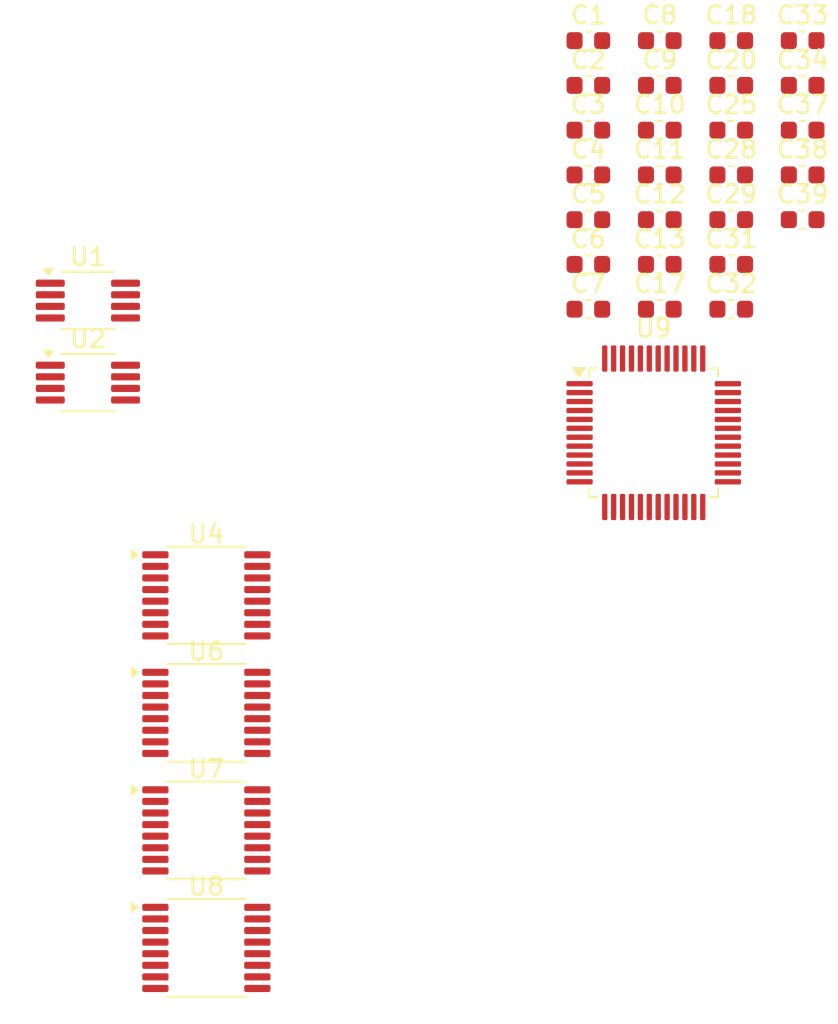
<source format=kicad_pcb>
(kicad_pcb (version 20240108) (generator "pcbnew") (generator_version "8.0")
  (layers (0 "F.Cu" signal) (31 "B.Cu" signal) (34 "B.Paste" user) (35 "F.Paste" user) (36 "B.SilkS" user "B.Silkscreen") (37 "F.SilkS" user "F.Silkscreen") (38 "B.Mask" user) (39 "F.Mask" user) (44 "Edge.Cuts" user))
  (net 0 "")
  (net 1 "GND")
  (net 2 "Net-(U12-VSS)")
  (net 3 "Net-(U10-EN)")
  (net 4 "Net-(U10-VOUT)")
  (net 5 "Net-(U11-VOUT)")
  (net 6 "Net-(U9-PG10-NRST)")
  (net 7 "Net-(U9-PF0-OSC_IN)")
  (net 8 "Net-(U9-PF1-OSC_OUT)")
  (net 9 "Net-(T2-1)")
  (net 10 "Net-(T1-1)")
  (net 12 "Net-(U9-PA14)")
  (net 13 "Net-(U9-PB11)")
  (net 14 "Net-(U9-PA13)")
  (net 15 "Net-(U9-PB15)")
  (net 17 "Net-(U14-B)")
  (net 18 "Net-(U9-PA1)")
  (net 19 "Net-(U9-PB12)")
  (net 20 "Net-(U9-PA3)")
  (net 21 "Net-(T12-1)")
  (net 22 "Net-(U9-PB0)")
  (net 23 "Net-(U9-PA5)")
  (net 24 "Net-(T11-1)")
  (net 25 "Net-(U9-PC14-OSC32_IN)")
  (net 28 "Net-(U9-PA7)")
  (net 29 "Net-(U15-B)")
  (net 31 "Net-(U9-PB2)")
  (net 33 "Net-(U9-PB8-BOOT0)")
  (net 35 "Net-(T10-1)")
  (net 36 "Net-(U9-PB14)")
  (net 37 "Net-(U9-PB13)")
  (net 38 "Net-(U13-B)")
  (net 39 "Net-(U9-PC15-OSC32_OUT)")
  (net 41 "Net-(U12-VDD)")
  (net 42 "Net-(U2A-+)")
  (net 43 "Net-(Q1-E)")
  (net 44 "Net-(U3-S1A)")
  (net 45 "Net-(U1B--)")
  (net 46 "Net-(Q1-B)")
  (net 47 "Net-(U2B-+)")
  (net 48 "Net-(U2A--)")
  (net 49 "Net-(Q3-B)")
  (net 50 "Net-(Q3-E)")
  (net 51 "Net-(U4-S4)")
  (net 52 "Net-(U4-S7)")
  (net 53 "Net-(U4-S3)")
  (net 54 "Net-(U3-D1)")
  (net 55 "Net-(U4-S8)")
  (net 56 "Net-(T4-1)")
  (net 57 "Net-(U4-S1)")
  (net 58 "Net-(T3-1)")
  (net 59 "Net-(U4-S5)")
  (net 60 "Net-(U4-S2)")
  (net 61 "Net-(T5-1)")
  (net 62 "Net-(U4-S6)")
  (net 63 "Net-(T6-1)")
  (net 64 "Net-(U6-S2)")
  (net 65 "Net-(U6-S6)")
  (net 66 "Net-(U6-S5)")
  (net 67 "Net-(U6-S8)")
  (net 68 "Net-(U6-S4)")
  (net 69 "Net-(U3-D2)")
  (net 70 "Net-(U6-S7)")
  (net 71 "Net-(U6-S1)")
  (net 72 "Net-(U7-S4)")
  (net 73 "Net-(U7-S5)")
  (net 74 "Net-(U7-S6)")
  (net 75 "Net-(T7-1)")
  (net 76 "Net-(U7-S1)")
  (net 77 "Net-(U7-S8)")
  (net 78 "Net-(U7-S3)")
  (net 79 "Net-(U7-S2)")
  (net 80 "Net-(U7-S7)")
  (net 81 "Net-(U8-S5)")
  (net 82 "Net-(U8-S3)")
  (net 83 "Net-(U8-S1)")
  (net 84 "Net-(U8-S6)")
  (net 85 "Net-(U8-S4)")
  (net 86 "Net-(U8-S8)")
  (net 87 "Net-(U8-S7)")
  (footprint "Package_QFP:LQFP-48_7x7mm_P0.5mm" (layer "F.Cu") (at 105.05 74.6375)
    (property "Reference" "U9" (at 0 -5.85 0) (layer "F.SilkS"))
    (property "Value" "STM32G431CBT6")
    (fp_line (start -3.61 -3.61) (end -3.61 -3.16) (stroke (width 0.12)) (layer "F.SilkS"))
    (fp_line (start -3.61 3.61) (end -3.61 3.16) (stroke (width 0.12)) (layer "F.SilkS"))
    (fp_line (start -3.16 -3.61) (end -3.61 -3.61) (stroke (width 0.12)) (layer "F.SilkS"))
    (fp_line (start -3.16 3.61) (end -3.61 3.61) (stroke (width 0.12)) (layer "F.SilkS"))
    (fp_line (start 3.16 -3.61) (end 3.61 -3.61) (stroke (width 0.12)) (layer "F.SilkS"))
    (fp_line (start 3.16 3.61) (end 3.61 3.61) (stroke (width 0.12)) (layer "F.SilkS"))
    (fp_line (start 3.61 -3.61) (end 3.61 -3.16) (stroke (width 0.12)) (layer "F.SilkS"))
    (fp_line (start 3.61 3.61) (end 3.61 3.16) (stroke (width 0.12)) (layer "F.SilkS"))
    (fp_poly (pts (xy -4.2 -3.16) (xy -4.54 -3.63) (xy -3.86 -3.63) (xy -4.2 -3.16)) (stroke (width 0.12)) (fill solid) (layer "F.SilkS"))
    (pad "1" smd roundrect (at -4.1625 -2.75) (size 1.475 0.3) (layers "F.Cu" "F.Paste" "F.Mask") (net 4 "Net-(U10-VOUT)"))
    (pad "2" smd roundrect (at -4.1625 -2.25) (size 1.475 0.3) (layers "F.Cu" "F.Paste" "F.Mask"))
    (pad "3" smd roundrect (at -4.1625 -1.75) (size 1.475 0.3) (layers "F.Cu" "F.Paste" "F.Mask") (net 25 "Net-(U9-PC14-OSC32_IN)"))
    (pad "4" smd roundrect (at -4.1625 -1.25) (size 1.475 0.3) (layers "F.Cu" "F.Paste" "F.Mask") (net 39 "Net-(U9-PC15-OSC32_OUT)"))
    (pad "5" smd roundrect (at -4.1625 -0.75) (size 1.475 0.3) (layers "F.Cu" "F.Paste" "F.Mask") (net 7 "Net-(U9-PF0-OSC_IN)"))
    (pad "6" smd roundrect (at -4.1625 -0.25) (size 1.475 0.3) (layers "F.Cu" "F.Paste" "F.Mask") (net 8 "Net-(U9-PF1-OSC_OUT)"))
    (pad "7" smd roundrect (at -4.1625 0.25) (size 1.475 0.3) (layers "F.Cu" "F.Paste" "F.Mask") (net 6 "Net-(U9-PG10-NRST)"))
    (pad "8" smd roundrect (at -4.1625 0.75) (size 1.475 0.3) (layers "F.Cu" "F.Paste" "F.Mask"))
    (pad "9" smd roundrect (at -4.1625 1.25) (size 1.475 0.3) (layers "F.Cu" "F.Paste" "F.Mask") (net 18 "Net-(U9-PA1)"))
    (pad "10" smd roundrect (at -4.1625 1.75) (size 1.475 0.3) (layers "F.Cu" "F.Paste" "F.Mask") (net 24 "Net-(T11-1)"))
    (pad "11" smd roundrect (at -4.1625 2.25) (size 1.475 0.3) (layers "F.Cu" "F.Paste" "F.Mask") (net 20 "Net-(U9-PA3)"))
    (pad "12" smd roundrect (at -4.1625 2.75) (size 1.475 0.3) (layers "F.Cu" "F.Paste" "F.Mask") (net 35 "Net-(T10-1)"))
    (pad "13" smd roundrect (at -2.75 4.1625) (size 0.3 1.475) (layers "F.Cu" "F.Paste" "F.Mask") (net 23 "Net-(U9-PA5)"))
    (pad "14" smd roundrect (at -2.25 4.1625) (size 0.3 1.475) (layers "F.Cu" "F.Paste" "F.Mask") (net 20 "Net-(U9-PA3)"))
    (pad "15" smd roundrect (at -1.75 4.1625) (size 0.3 1.475) (layers "F.Cu" "F.Paste" "F.Mask") (net 28 "Net-(U9-PA7)"))
    (pad "16" smd roundrect (at -1.25 4.1625) (size 0.3 1.475) (layers "F.Cu" "F.Paste" "F.Mask") (net 22 "Net-(U9-PB0)"))
    (pad "17" smd roundrect (at -0.75 4.1625) (size 0.3 1.475) (layers "F.Cu" "F.Paste" "F.Mask") (net 18 "Net-(U9-PA1)"))
    (pad "18" smd roundrect (at -0.25 4.1625) (size 0.3 1.475) (layers "F.Cu" "F.Paste" "F.Mask") (net 31 "Net-(U9-PB2)"))
    (pad "19" smd roundrect (at 0.25 4.1625) (size 0.3 1.475) (layers "F.Cu" "F.Paste" "F.Mask") (net 1 "GND"))
    (pad "20" smd roundrect (at 0.75 4.1625) (size 0.3 1.475) (layers "F.Cu" "F.Paste" "F.Mask"))
    (pad "21" smd roundrect (at 1.25 4.1625) (size 0.3 1.475) (layers "F.Cu" "F.Paste" "F.Mask") (net 5 "Net-(U11-VOUT)"))
    (pad "22" smd roundrect (at 1.75 4.1625) (size 0.3 1.475) (layers "F.Cu" "F.Paste" "F.Mask"))
    (pad "23" smd roundrect (at 2.25 4.1625) (size 0.3 1.475) (layers "F.Cu" "F.Paste" "F.Mask") (net 1 "GND"))
    (pad "24" smd roundrect (at 2.75 4.1625) (size 0.3 1.475) (layers "F.Cu" "F.Paste" "F.Mask") (net 4 "Net-(U10-VOUT)"))
    (pad "25" smd roundrect (at 4.1625 2.75) (size 1.475 0.3) (layers "F.Cu" "F.Paste" "F.Mask") (net 13 "Net-(U9-PB11)"))
    (pad "26" smd roundrect (at 4.1625 2.25) (size 1.475 0.3) (layers "F.Cu" "F.Paste" "F.Mask") (net 19 "Net-(U9-PB12)"))
    (pad "27" smd roundrect (at 4.1625 1.75) (size 1.475 0.3) (layers "F.Cu" "F.Paste" "F.Mask") (net 37 "Net-(U9-PB13)"))
    (pad "28" smd roundrect (at 4.1625 1.25) (size 1.475 0.3) (layers "F.Cu" "F.Paste" "F.Mask") (net 36 "Net-(U9-PB14)"))
    (pad "29" smd roundrect (at 4.1625 0.75) (size 1.475 0.3) (layers "F.Cu" "F.Paste" "F.Mask") (net 15 "Net-(U9-PB15)"))
    (pad "30" smd roundrect (at 4.1625 0.25) (size 1.475 0.3) (layers "F.Cu" "F.Paste" "F.Mask") (net 29 "Net-(U15-B)"))
    (pad "31" smd roundrect (at 4.1625 -0.25) (size 1.475 0.3) (layers "F.Cu" "F.Paste" "F.Mask") (net 17 "Net-(U14-B)"))
    (pad "32" smd roundrect (at 4.1625 -0.75) (size 1.475 0.3) (layers "F.Cu" "F.Paste" "F.Mask") (net 38 "Net-(U13-B)"))
    (pad "33" smd roundrect (at 4.1625 -1.25) (size 1.475 0.3) (layers "F.Cu" "F.Paste" "F.Mask") (net 10 "Net-(T1-1)"))
    (pad "34" smd roundrect (at 4.1625 -1.75) (size 1.475 0.3) (layers "F.Cu" "F.Paste" "F.Mask") (net 21 "Net-(T12-1)"))
    (pad "35" smd roundrect (at 4.1625 -2.25) (size 1.475 0.3) (layers "F.Cu" "F.Paste" "F.Mask") (net 1 "GND"))
    (pad "36" smd roundrect (at 4.1625 -2.75) (size 1.475 0.3) (layers "F.Cu" "F.Paste" "F.Mask") (net 4 "Net-(U10-VOUT)"))
    (pad "37" smd roundrect (at 2.75 -4.1625) (size 0.3 1.475) (layers "F.Cu" "F.Paste" "F.Mask") (net 14 "Net-(U9-PA13)"))
    (pad "38" smd roundrect (at 2.25 -4.1625) (size 0.3 1.475) (layers "F.Cu" "F.Paste" "F.Mask") (net 12 "Net-(U9-PA14)"))
    (pad "39" smd roundrect (at 1.75 -4.1625) (size 0.3 1.475) (layers "F.Cu" "F.Paste" "F.Mask") (net 21 "Net-(T12-1)"))
    (pad "40" smd roundrect (at 1.25 -4.1625) (size 0.3 1.475) (layers "F.Cu" "F.Paste" "F.Mask") (net 9 "Net-(T2-1)"))
    (pad "41" smd roundrect (at 0.75 -4.1625) (size 0.3 1.475) (layers "F.Cu" "F.Paste" "F.Mask") (net 21 "Net-(T12-1)"))
    (pad "42" smd roundrect (at 0.25 -4.1625) (size 0.3 1.475) (layers "F.Cu" "F.Paste" "F.Mask"))
    (pad "43" smd roundrect (at -0.25 -4.1625) (size 0.3 1.475) (layers "F.Cu" "F.Paste" "F.Mask"))
    (pad "44" smd roundrect (at -0.75 -4.1625) (size 0.3 1.475) (layers "F.Cu" "F.Paste" "F.Mask"))
    (pad "45" smd roundrect (at -1.25 -4.1625) (size 0.3 1.475) (layers "F.Cu" "F.Paste" "F.Mask") (net 33 "Net-(U9-PB8-BOOT0)"))
    (pad "46" smd roundrect (at -1.75 -4.1625) (size 0.3 1.475) (layers "F.Cu" "F.Paste" "F.Mask"))
    (pad "47" smd roundrect (at -2.25 -4.1625) (size 0.3 1.475) (layers "F.Cu" "F.Paste" "F.Mask") (net 1 "GND"))
    (pad "48" smd roundrect (at -2.75 -4.1625) (size 0.3 1.475) (layers "F.Cu" "F.Paste" "F.Mask") (net 4 "Net-(U10-VOUT)"))
  )
  (footprint "Capacitor_SMD:C_0603_1608Metric" (layer "F.Cu") (at 109.4 60.1775)
    (property "Reference" "C28" (at 0 -1.43 0) (layer "F.SilkS"))
    (property "Value" "100n")
    (fp_line (start -0.14058 -0.51) (end 0.14058 -0.51) (stroke (width 0.12)) (layer "F.SilkS"))
    (fp_line (start -0.14058 0.51) (end 0.14058 0.51) (stroke (width 0.12)) (layer "F.SilkS"))
    (pad "1" smd roundrect (at -0.775 0) (size 0.9 0.95) (layers "F.Cu" "F.Paste" "F.Mask") (net 1 "GND"))
    (pad "2" smd roundrect (at 0.775 0) (size 0.9 0.95) (layers "F.Cu" "F.Paste" "F.Mask") (net 41 "Net-(U12-VDD)"))
  )
  (footprint "Capacitor_SMD:C_0603_1608Metric" (layer "F.Cu") (at 109.4 55.1575)
    (property "Reference" "C20" (at 0 -1.43 0) (layer "F.SilkS"))
    (property "Value" "100n")
    (fp_line (start -0.14058 -0.51) (end 0.14058 -0.51) (stroke (width 0.12)) (layer "F.SilkS"))
    (fp_line (start -0.14058 0.51) (end 0.14058 0.51) (stroke (width 0.12)) (layer "F.SilkS"))
    (pad "1" smd roundrect (at -0.775 0) (size 0.9 0.95) (layers "F.Cu" "F.Paste" "F.Mask") (net 1 "GND"))
    (pad "2" smd roundrect (at 0.775 0) (size 0.9 0.95) (layers "F.Cu" "F.Paste" "F.Mask") (net 4 "Net-(U10-VOUT)"))
  )
  (footprint "Capacitor_SMD:C_0603_1608Metric" (layer "F.Cu") (at 101.38 55.1575)
    (property "Reference" "C2" (at 0 -1.43 0) (layer "F.SilkS"))
    (property "Value" "100n")
    (fp_line (start -0.14058 -0.51) (end 0.14058 -0.51) (stroke (width 0.12)) (layer "F.SilkS"))
    (fp_line (start -0.14058 0.51) (end 0.14058 0.51) (stroke (width 0.12)) (layer "F.SilkS"))
    (pad "1" smd roundrect (at -0.775 0) (size 0.9 0.95) (layers "F.Cu" "F.Paste" "F.Mask") (net 1 "GND"))
    (pad "2" smd roundrect (at 0.775 0) (size 0.9 0.95) (layers "F.Cu" "F.Paste" "F.Mask") (net 41 "Net-(U12-VDD)"))
  )
  (footprint "Capacitor_SMD:C_0603_1608Metric" (layer "F.Cu") (at 105.39 52.6475)
    (property "Reference" "C8" (at 0 -1.43 0) (layer "F.SilkS"))
    (property "Value" "100n")
    (fp_line (start -0.14058 -0.51) (end 0.14058 -0.51) (stroke (width 0.12)) (layer "F.SilkS"))
    (fp_line (start -0.14058 0.51) (end 0.14058 0.51) (stroke (width 0.12)) (layer "F.SilkS"))
    (pad "1" smd roundrect (at -0.775 0) (size 0.9 0.95) (layers "F.Cu" "F.Paste" "F.Mask") (net 1 "GND"))
    (pad "2" smd roundrect (at 0.775 0) (size 0.9 0.95) (layers "F.Cu" "F.Paste" "F.Mask") (net 2 "Net-(U12-VSS)"))
  )
  (footprint "Capacitor_SMD:C_0603_1608Metric" (layer "F.Cu") (at 109.4 52.6475)
    (property "Reference" "C18" (at 0 -1.43 0) (layer "F.SilkS"))
    (property "Value" "100n")
    (fp_line (start -0.14058 -0.51) (end 0.14058 -0.51) (stroke (width 0.12)) (layer "F.SilkS"))
    (fp_line (start -0.14058 0.51) (end 0.14058 0.51) (stroke (width 0.12)) (layer "F.SilkS"))
    (pad "1" smd roundrect (at -0.775 0) (size 0.9 0.95) (layers "F.Cu" "F.Paste" "F.Mask") (net 1 "GND"))
    (pad "2" smd roundrect (at 0.775 0) (size 0.9 0.95) (layers "F.Cu" "F.Paste" "F.Mask") (net 4 "Net-(U10-VOUT)"))
  )
  (footprint "Capacitor_SMD:C_0603_1608Metric" (layer "F.Cu") (at 101.38 57.6675)
    (property "Reference" "C3" (at 0 -1.43 0) (layer "F.SilkS"))
    (property "Value" "10n")
    (fp_line (start -0.14058 -0.51) (end 0.14058 -0.51) (stroke (width 0.12)) (layer "F.SilkS"))
    (fp_line (start -0.14058 0.51) (end 0.14058 0.51) (stroke (width 0.12)) (layer "F.SilkS"))
    (pad "1" smd roundrect (at -0.775 0) (size 0.9 0.95) (layers "F.Cu" "F.Paste" "F.Mask") (net 41 "Net-(U12-VDD)"))
    (pad "2" smd roundrect (at 0.775 0) (size 0.9 0.95) (layers "F.Cu" "F.Paste" "F.Mask") (net 1 "GND"))
  )
  (footprint "Capacitor_SMD:C_0603_1608Metric" (layer "F.Cu") (at 109.4 67.7075)
    (property "Reference" "C32" (at 0 -1.43 0) (layer "F.SilkS"))
    (property "Value" "100n")
    (fp_line (start -0.14058 -0.51) (end 0.14058 -0.51) (stroke (width 0.12)) (layer "F.SilkS"))
    (fp_line (start -0.14058 0.51) (end 0.14058 0.51) (stroke (width 0.12)) (layer "F.SilkS"))
    (pad "1" smd roundrect (at -0.775 0) (size 0.9 0.95) (layers "F.Cu" "F.Paste" "F.Mask") (net 1 "GND"))
    (pad "2" smd roundrect (at 0.775 0) (size 0.9 0.95) (layers "F.Cu" "F.Paste" "F.Mask") (net 41 "Net-(U12-VDD)"))
  )
  (footprint "Capacitor_SMD:C_0603_1608Metric" (layer "F.Cu") (at 101.38 67.7075)
    (property "Reference" "C7" (at 0 -1.43 0) (layer "F.SilkS"))
    (property "Value" "10n")
    (fp_line (start -0.14058 -0.51) (end 0.14058 -0.51) (stroke (width 0.12)) (layer "F.SilkS"))
    (fp_line (start -0.14058 0.51) (end 0.14058 0.51) (stroke (width 0.12)) (layer "F.SilkS"))
    (pad "1" smd roundrect (at -0.775 0) (size 0.9 0.95) (layers "F.Cu" "F.Paste" "F.Mask") (net 1 "GND"))
    (pad "2" smd roundrect (at 0.775 0) (size 0.9 0.95) (layers "F.Cu" "F.Paste" "F.Mask") (net 2 "Net-(U12-VSS)"))
  )
  (footprint "Capacitor_SMD:C_0603_1608Metric" (layer "F.Cu") (at 109.4 57.6675)
    (property "Reference" "C25" (at 0 -1.43 0) (layer "F.SilkS"))
    (property "Value" "100n")
    (fp_line (start -0.14058 -0.51) (end 0.14058 -0.51) (stroke (width 0.12)) (layer "F.SilkS"))
    (fp_line (start -0.14058 0.51) (end 0.14058 0.51) (stroke (width 0.12)) (layer "F.SilkS"))
    (pad "1" smd roundrect (at -0.775 0) (size 0.9 0.95) (layers "F.Cu" "F.Paste" "F.Mask") (net 1 "GND"))
    (pad "2" smd roundrect (at 0.775 0) (size 0.9 0.95) (layers "F.Cu" "F.Paste" "F.Mask") (net 4 "Net-(U10-VOUT)"))
  )
  (footprint "Capacitor_SMD:C_0603_1608Metric" (layer "F.Cu") (at 113.41 55.1575)
    (property "Reference" "C34" (at 0 -1.43 0) (layer "F.SilkS"))
    (property "Value" "100n")
    (fp_line (start -0.14058 -0.51) (end 0.14058 -0.51) (stroke (width 0.12)) (layer "F.SilkS"))
    (fp_line (start -0.14058 0.51) (end 0.14058 0.51) (stroke (width 0.12)) (layer "F.SilkS"))
    (pad "1" smd roundrect (at -0.775 0) (size 0.9 0.95) (layers "F.Cu" "F.Paste" "F.Mask") (net 1 "GND"))
    (pad "2" smd roundrect (at 0.775 0) (size 0.9 0.95) (layers "F.Cu" "F.Paste" "F.Mask") (net 5 "Net-(U11-VOUT)"))
  )
  (footprint "Package_SO:TSSOP-16_4.4x5mm_P0.65mm" (layer "F.Cu") (at 79.9375 90.345)
    (property "Reference" "U6" (at 0 -3.45 0) (layer "F.SilkS"))
    (property "Value" "ADG1408YRUZ")
    (fp_line (start 0 -2.735) (end -2.2 -2.735) (stroke (width 0.12)) (layer "F.SilkS"))
    (fp_line (start 0 -2.735) (end 2.2 -2.735) (stroke (width 0.12)) (layer "F.SilkS"))
    (fp_line (start 0 2.735) (end -2.2 2.735) (stroke (width 0.12)) (layer "F.SilkS"))
    (fp_line (start 0 2.735) (end 2.2 2.735) (stroke (width 0.12)) (layer "F.SilkS"))
    (fp_poly (pts (xy -3.86 -2.275) (xy -4.19 -2.515) (xy -4.19 -2.035) (xy -3.86 -2.275)) (stroke (width 0.12)) (fill solid) (layer "F.SilkS"))
    (pad "1" smd roundrect (at -2.8625 -2.275) (size 1.475 0.4) (layers "F.Cu" "F.Paste" "F.Mask") (net 61 "Net-(T5-1)"))
    (pad "2" smd roundrect (at -2.8625 -1.625) (size 1.475 0.4) (layers "F.Cu" "F.Paste" "F.Mask") (net 63 "Net-(T6-1)"))
    (pad "3" smd roundrect (at -2.8625 -0.975) (size 1.475 0.4) (layers "F.Cu" "F.Paste" "F.Mask") (net 2 "Net-(U12-VSS)"))
    (pad "4" smd roundrect (at -2.8625 -0.325) (size 1.475 0.4) (layers "F.Cu" "F.Paste" "F.Mask") (net 71 "Net-(U6-S1)"))
    (pad "5" smd roundrect (at -2.8625 0.325) (size 1.475 0.4) (layers "F.Cu" "F.Paste" "F.Mask") (net 64 "Net-(U6-S2)"))
    (pad "6" smd roundrect (at -2.8625 0.975) (size 1.475 0.4) (layers "F.Cu" "F.Paste" "F.Mask") (net 53 "Net-(U4-S3)"))
    (pad "7" smd roundrect (at -2.8625 1.625) (size 1.475 0.4) (layers "F.Cu" "F.Paste" "F.Mask") (net 68 "Net-(U6-S4)"))
    (pad "8" smd roundrect (at -2.8625 2.275) (size 1.475 0.4) (layers "F.Cu" "F.Paste" "F.Mask") (net 69 "Net-(U3-D2)"))
    (pad "9" smd roundrect (at 2.8625 2.275) (size 1.475 0.4) (layers "F.Cu" "F.Paste" "F.Mask") (net 67 "Net-(U6-S8)"))
    (pad "10" smd roundrect (at 2.8625 1.625) (size 1.475 0.4) (layers "F.Cu" "F.Paste" "F.Mask") (net 70 "Net-(U6-S7)"))
    (pad "11" smd roundrect (at 2.8625 0.975) (size 1.475 0.4) (layers "F.Cu" "F.Paste" "F.Mask") (net 65 "Net-(U6-S6)"))
    (pad "12" smd roundrect (at 2.8625 0.325) (size 1.475 0.4) (layers "F.Cu" "F.Paste" "F.Mask") (net 66 "Net-(U6-S5)"))
    (pad "13" smd roundrect (at 2.8625 -0.325) (size 1.475 0.4) (layers "F.Cu" "F.Paste" "F.Mask") (net 41 "Net-(U12-VDD)"))
    (pad "14" smd roundrect (at 2.8625 -0.975) (size 1.475 0.4) (layers "F.Cu" "F.Paste" "F.Mask") (net 1 "GND"))
    (pad "15" smd roundrect (at 2.8625 -1.625) (size 1.475 0.4) (layers "F.Cu" "F.Paste" "F.Mask") (net 58 "Net-(T3-1)"))
    (pad "16" smd roundrect (at 2.8625 -2.275) (size 1.475 0.4) (layers "F.Cu" "F.Paste" "F.Mask") (net 56 "Net-(T4-1)"))
  )
  (footprint "Capacitor_SMD:C_0603_1608Metric" (layer "F.Cu") (at 109.4 62.6875)
    (property "Reference" "C29" (at 0 -1.43 0) (layer "F.SilkS"))
    (property "Value" "100n")
    (fp_line (start -0.14058 -0.51) (end 0.14058 -0.51) (stroke (width 0.12)) (layer "F.SilkS"))
    (fp_line (start -0.14058 0.51) (end 0.14058 0.51) (stroke (width 0.12)) (layer "F.SilkS"))
    (pad "1" smd roundrect (at -0.775 0) (size 0.9 0.95) (layers "F.Cu" "F.Paste" "F.Mask") (net 1 "GND"))
    (pad "2" smd roundrect (at 0.775 0) (size 0.9 0.95) (layers "F.Cu" "F.Paste" "F.Mask") (net 4 "Net-(U10-VOUT)"))
  )
  (footprint "Capacitor_SMD:C_0603_1608Metric" (layer "F.Cu") (at 105.39 67.7075)
    (property "Reference" "C17" (at 0 -1.43 0) (layer "F.SilkS"))
    (property "Value" "100n")
    (fp_line (start -0.14058 -0.51) (end 0.14058 -0.51) (stroke (width 0.12)) (layer "F.SilkS"))
    (fp_line (start -0.14058 0.51) (end 0.14058 0.51) (stroke (width 0.12)) (layer "F.SilkS"))
    (pad "1" smd roundrect (at -0.775 0) (size 0.9 0.95) (layers "F.Cu" "F.Paste" "F.Mask") (net 1 "GND"))
    (pad "2" smd roundrect (at 0.775 0) (size 0.9 0.95) (layers "F.Cu" "F.Paste" "F.Mask") (net 3 "Net-(U10-EN)"))
  )
  (footprint "Capacitor_SMD:C_0603_1608Metric" (layer "F.Cu") (at 105.39 55.1575)
    (property "Reference" "C9" (at 0 -1.43 0) (layer "F.SilkS"))
    (property "Value" "10n")
    (fp_line (start -0.14058 -0.51) (end 0.14058 -0.51) (stroke (width 0.12)) (layer "F.SilkS"))
    (fp_line (start -0.14058 0.51) (end 0.14058 0.51) (stroke (width 0.12)) (layer "F.SilkS"))
    (pad "1" smd roundrect (at -0.775 0) (size 0.9 0.95) (layers "F.Cu" "F.Paste" "F.Mask") (net 42 "Net-(U2A-+)"))
    (pad "2" smd roundrect (at 0.775 0) (size 0.9 0.95) (layers "F.Cu" "F.Paste" "F.Mask") (net 1 "GND"))
  )
  (footprint "Package_SO:TSSOP-16_4.4x5mm_P0.65mm" (layer "F.Cu") (at 79.9375 103.525)
    (property "Reference" "U8" (at 0 -3.45 0) (layer "F.SilkS"))
    (property "Value" "ADG1408YRUZ")
    (fp_line (start 0 -2.735) (end -2.2 -2.735) (stroke (width 0.12)) (layer "F.SilkS"))
    (fp_line (start 0 -2.735) (end 2.2 -2.735) (stroke (width 0.12)) (layer "F.SilkS"))
    (fp_line (start 0 2.735) (end -2.2 2.735) (stroke (width 0.12)) (layer "F.SilkS"))
    (fp_line (start 0 2.735) (end 2.2 2.735) (stroke (width 0.12)) (layer "F.SilkS"))
    (fp_poly (pts (xy -3.86 -2.275) (xy -4.19 -2.515) (xy -4.19 -2.035) (xy -3.86 -2.275)) (stroke (width 0.12)) (fill solid) (layer "F.SilkS"))
    (pad "1" smd roundrect (at -2.8625 -2.275) (size 1.475 0.4) (layers "F.Cu" "F.Paste" "F.Mask") (net 61 "Net-(T5-1)"))
    (pad "2" smd roundrect (at -2.8625 -1.625) (size 1.475 0.4) (layers "F.Cu" "F.Paste" "F.Mask") (net 75 "Net-(T7-1)"))
    (pad "3" smd roundrect (at -2.8625 -0.975) (size 1.475 0.4) (layers "F.Cu" "F.Paste" "F.Mask") (net 2 "Net-(U12-VSS)"))
    (pad "4" smd roundrect (at -2.8625 -0.325) (size 1.475 0.4) (layers "F.Cu" "F.Paste" "F.Mask") (net 83 "Net-(U8-S1)"))
    (pad "5" smd roundrect (at -2.8625 0.325) (size 1.475 0.4) (layers "F.Cu" "F.Paste" "F.Mask") (net 79 "Net-(U7-S2)"))
    (pad "6" smd roundrect (at -2.8625 0.975) (size 1.475 0.4) (layers "F.Cu" "F.Paste" "F.Mask") (net 82 "Net-(U8-S3)"))
    (pad "7" smd roundrect (at -2.8625 1.625) (size 1.475 0.4) (layers "F.Cu" "F.Paste" "F.Mask") (net 85 "Net-(U8-S4)"))
    (pad "8" smd roundrect (at -2.8625 2.275) (size 1.475 0.4) (layers "F.Cu" "F.Paste" "F.Mask") (net 69 "Net-(U3-D2)"))
    (pad "9" smd roundrect (at 2.8625 2.275) (size 1.475 0.4) (layers "F.Cu" "F.Paste" "F.Mask") (net 86 "Net-(U8-S8)"))
    (pad "10" smd roundrect (at 2.8625 1.625) (size 1.475 0.4) (layers "F.Cu" "F.Paste" "F.Mask") (net 87 "Net-(U8-S7)"))
    (pad "11" smd roundrect (at 2.8625 0.975) (size 1.475 0.4) (layers "F.Cu" "F.Paste" "F.Mask") (net 84 "Net-(U8-S6)"))
    (pad "12" smd roundrect (at 2.8625 0.325) (size 1.475 0.4) (layers "F.Cu" "F.Paste" "F.Mask") (net 81 "Net-(U8-S5)"))
    (pad "13" smd roundrect (at 2.8625 -0.325) (size 1.475 0.4) (layers "F.Cu" "F.Paste" "F.Mask") (net 41 "Net-(U12-VDD)"))
    (pad "14" smd roundrect (at 2.8625 -0.975) (size 1.475 0.4) (layers "F.Cu" "F.Paste" "F.Mask") (net 1 "GND"))
    (pad "15" smd roundrect (at 2.8625 -1.625) (size 1.475 0.4) (layers "F.Cu" "F.Paste" "F.Mask") (net 58 "Net-(T3-1)"))
    (pad "16" smd roundrect (at 2.8625 -2.275) (size 1.475 0.4) (layers "F.Cu" "F.Paste" "F.Mask") (net 56 "Net-(T4-1)"))
  )
  (footprint "Package_SO:TSSOP-16_4.4x5mm_P0.65mm" (layer "F.Cu") (at 79.9375 96.935)
    (property "Reference" "U7" (at 0 -3.45 0) (layer "F.SilkS"))
    (property "Value" "ADG1408YRUZ")
    (fp_line (start 0 -2.735) (end -2.2 -2.735) (stroke (width 0.12)) (layer "F.SilkS"))
    (fp_line (start 0 -2.735) (end 2.2 -2.735) (stroke (width 0.12)) (layer "F.SilkS"))
    (fp_line (start 0 2.735) (end -2.2 2.735) (stroke (width 0.12)) (layer "F.SilkS"))
    (fp_line (start 0 2.735) (end 2.2 2.735) (stroke (width 0.12)) (layer "F.SilkS"))
    (fp_poly (pts (xy -3.86 -2.275) (xy -4.19 -2.515) (xy -4.19 -2.035) (xy -3.86 -2.275)) (stroke (width 0.12)) (fill solid) (layer "F.SilkS"))
    (pad "1" smd roundrect (at -2.8625 -2.275) (size 1.475 0.4) (layers "F.Cu" "F.Paste" "F.Mask") (net 61 "Net-(T5-1)"))
    (pad "2" smd roundrect (at -2.8625 -1.625) (size 1.475 0.4) (layers "F.Cu" "F.Paste" "F.Mask") (net 75 "Net-(T7-1)"))
    (pad "3" smd roundrect (at -2.8625 -0.975) (size 1.475 0.4) (layers "F.Cu" "F.Paste" "F.Mask") (net 2 "Net-(U12-VSS)"))
    (pad "4" smd roundrect (at -2.8625 -0.325) (size 1.475 0.4) (layers "F.Cu" "F.Paste" "F.Mask") (net 76 "Net-(U7-S1)"))
    (pad "5" smd roundrect (at -2.8625 0.325) (size 1.475 0.4) (layers "F.Cu" "F.Paste" "F.Mask") (net 79 "Net-(U7-S2)"))
    (pad "6" smd roundrect (at -2.8625 0.975) (size 1.475 0.4) (layers "F.Cu" "F.Paste" "F.Mask") (net 78 "Net-(U7-S3)"))
    (pad "7" smd roundrect (at -2.8625 1.625) (size 1.475 0.4) (layers "F.Cu" "F.Paste" "F.Mask") (net 72 "Net-(U7-S4)"))
    (pad "8" smd roundrect (at -2.8625 2.275) (size 1.475 0.4) (layers "F.Cu" "F.Paste" "F.Mask") (net 54 "Net-(U3-D1)"))
    (pad "9" smd roundrect (at 2.8625 2.275) (size 1.475 0.4) (layers "F.Cu" "F.Paste" "F.Mask") (net 77 "Net-(U7-S8)"))
    (pad "10" smd roundrect (at 2.8625 1.625) (size 1.475 0.4) (layers "F.Cu" "F.Paste" "F.Mask") (net 80 "Net-(U7-S7)"))
    (pad "11" smd roundrect (at 2.8625 0.975) (size 1.475 0.4) (layers "F.Cu" "F.Paste" "F.Mask") (net 74 "Net-(U7-S6)"))
    (pad "12" smd roundrect (at 2.8625 0.325) (size 1.475 0.4) (layers "F.Cu" "F.Paste" "F.Mask") (net 73 "Net-(U7-S5)"))
    (pad "13" smd roundrect (at 2.8625 -0.325) (size 1.475 0.4) (layers "F.Cu" "F.Paste" "F.Mask") (net 41 "Net-(U12-VDD)"))
    (pad "14" smd roundrect (at 2.8625 -0.975) (size 1.475 0.4) (layers "F.Cu" "F.Paste" "F.Mask") (net 1 "GND"))
    (pad "15" smd roundrect (at 2.8625 -1.625) (size 1.475 0.4) (layers "F.Cu" "F.Paste" "F.Mask") (net 58 "Net-(T3-1)"))
    (pad "16" smd roundrect (at 2.8625 -2.275) (size 1.475 0.4) (layers "F.Cu" "F.Paste" "F.Mask") (net 56 "Net-(T4-1)"))
  )
  (footprint "Package_SO:MSOP-8_3x3mm_P0.65mm" (layer "F.Cu") (at 73.2875 67.225)
    (property "Reference" "U1" (at 0 -2.45 0) (layer "F.SilkS"))
    (property "Value" "AD8616ARMZ")
    (fp_line (start 0 -1.61) (end -1.5 -1.61) (stroke (width 0.12)) (layer "F.SilkS"))
    (fp_line (start 0 -1.61) (end 1.5 -1.61) (stroke (width 0.12)) (layer "F.SilkS"))
    (fp_line (start 0 1.61) (end -1.5 1.61) (stroke (width 0.12)) (layer "F.SilkS"))
    (fp_line (start 0 1.61) (end 1.5 1.61) (stroke (width 0.12)) (layer "F.SilkS"))
    (fp_poly (pts (xy -2.2125 -1.435) (xy -2.4525 -1.765) (xy -1.9725 -1.765) (xy -2.2125 -1.435)) (stroke (width 0.12)) (fill solid) (layer "F.SilkS"))
    (pad "1" smd roundrect (at -2.1125 -0.975) (size 1.625 0.4) (layers "F.Cu" "F.Paste" "F.Mask") (net 46 "Net-(Q1-B)"))
    (pad "2" smd roundrect (at -2.1125 -0.325) (size 1.625 0.4) (layers "F.Cu" "F.Paste" "F.Mask") (net 43 "Net-(Q1-E)"))
    (pad "3" smd roundrect (at -2.1125 0.325) (size 1.625 0.4) (layers "F.Cu" "F.Paste" "F.Mask") (net 1 "GND"))
    (pad "4" smd roundrect (at -2.1125 0.975) (size 1.625 0.4) (layers "F.Cu" "F.Paste" "F.Mask") (net 1 "GND"))
    (pad "5" smd roundrect (at 2.1125 0.975) (size 1.625 0.4) (layers "F.Cu" "F.Paste" "F.Mask") (net 24 "Net-(T11-1)"))
    (pad "6" smd roundrect (at 2.1125 0.325) (size 1.625 0.4) (layers "F.Cu" "F.Paste" "F.Mask") (net 45 "Net-(U1B--)"))
    (pad "7" smd roundrect (at 2.1125 -0.325) (size 1.625 0.4) (layers "F.Cu" "F.Paste" "F.Mask") (net 44 "Net-(U3-S1A)"))
    (pad "8" smd roundrect (at 2.1125 -0.975) (size 1.625 0.4) (layers "F.Cu" "F.Paste" "F.Mask") (net 41 "Net-(U12-VDD)"))
  )
  (footprint "Capacitor_SMD:C_0603_1608Metric" (layer "F.Cu") (at 113.41 62.6875)
    (property "Reference" "C39" (at 0 -1.43 0) (layer "F.SilkS"))
    (property "Value" "6.8p")
    (fp_line (start -0.14058 -0.51) (end 0.14058 -0.51) (stroke (width 0.12)) (layer "F.SilkS"))
    (fp_line (start -0.14058 0.51) (end 0.14058 0.51) (stroke (width 0.12)) (layer "F.SilkS"))
    (pad "1" smd roundrect (at -0.775 0) (size 0.9 0.95) (layers "F.Cu" "F.Paste" "F.Mask") (net 8 "Net-(U9-PF1-OSC_OUT)"))
    (pad "2" smd roundrect (at 0.775 0) (size 0.9 0.95) (layers "F.Cu" "F.Paste" "F.Mask") (net 1 "GND"))
  )
  (footprint "Capacitor_SMD:C_0603_1608Metric" (layer "F.Cu") (at 101.38 52.6475)
    (property "Reference" "C1" (at 0 -1.43 0) (layer "F.SilkS"))
    (property "Value" "100n")
    (fp_line (start -0.14058 -0.51) (end 0.14058 -0.51) (stroke (width 0.12)) (layer "F.SilkS"))
    (fp_line (start -0.14058 0.51) (end 0.14058 0.51) (stroke (width 0.12)) (layer "F.SilkS"))
    (pad "1" smd roundrect (at -0.775 0) (size 0.9 0.95) (layers "F.Cu" "F.Paste" "F.Mask") (net 1 "GND"))
    (pad "2" smd roundrect (at 0.775 0) (size 0.9 0.95) (layers "F.Cu" "F.Paste" "F.Mask") (net 41 "Net-(U12-VDD)"))
  )
  (footprint "Capacitor_SMD:C_0603_1608Metric" (layer "F.Cu") (at 101.38 60.1775)
    (property "Reference" "C4" (at 0 -1.43 0) (layer "F.SilkS"))
    (property "Value" "100n")
    (fp_line (start -0.14058 -0.51) (end 0.14058 -0.51) (stroke (width 0.12)) (layer "F.SilkS"))
    (fp_line (start -0.14058 0.51) (end 0.14058 0.51) (stroke (width 0.12)) (layer "F.SilkS"))
    (pad "1" smd roundrect (at -0.775 0) (size 0.9 0.95) (layers "F.Cu" "F.Paste" "F.Mask") (net 1 "GND"))
    (pad "2" smd roundrect (at 0.775 0) (size 0.9 0.95) (layers "F.Cu" "F.Paste" "F.Mask") (net 41 "Net-(U12-VDD)"))
  )
  (footprint "Package_SO:MSOP-8_3x3mm_P0.65mm" (layer "F.Cu") (at 73.2875 71.825)
    (property "Reference" "U2" (at 0 -2.45 0) (layer "F.SilkS"))
    (property "Value" "AD8616ARMZ")
    (fp_line (start 0 -1.61) (end -1.5 -1.61) (stroke (width 0.12)) (layer "F.SilkS"))
    (fp_line (start 0 -1.61) (end 1.5 -1.61) (stroke (width 0.12)) (layer "F.SilkS"))
    (fp_line (start 0 1.61) (end -1.5 1.61) (stroke (width 0.12)) (layer "F.SilkS"))
    (fp_line (start 0 1.61) (end 1.5 1.61) (stroke (width 0.12)) (layer "F.SilkS"))
    (fp_poly (pts (xy -2.2125 -1.435) (xy -2.4525 -1.765) (xy -1.9725 -1.765) (xy -2.2125 -1.435)) (stroke (width 0.12)) (fill solid) (layer "F.SilkS"))
    (pad "1" smd roundrect (at -2.1125 -0.975) (size 1.625 0.4) (layers "F.Cu" "F.Paste" "F.Mask") (net 47 "Net-(U2B-+)"))
    (pad "2" smd roundrect (at -2.1125 -0.325) (size 1.625 0.4) (layers "F.Cu" "F.Paste" "F.Mask") (net 48 "Net-(U2A--)"))
    (pad "3" smd roundrect (at -2.1125 0.325) (size 1.625 0.4) (layers "F.Cu" "F.Paste" "F.Mask") (net 42 "Net-(U2A-+)"))
    (pad "4" smd roundrect (at -2.1125 0.975) (size 1.625 0.4) (layers "F.Cu" "F.Paste" "F.Mask") (net 2 "Net-(U12-VSS)"))
    (pad "5" smd roundrect (at 2.1125 0.975) (size 1.625 0.4) (layers "F.Cu" "F.Paste" "F.Mask") (net 47 "Net-(U2B-+)"))
    (pad "6" smd roundrect (at 2.1125 0.325) (size 1.625 0.4) (layers "F.Cu" "F.Paste" "F.Mask") (net 50 "Net-(Q3-E)"))
    (pad "7" smd roundrect (at 2.1125 -0.325) (size 1.625 0.4) (layers "F.Cu" "F.Paste" "F.Mask") (net 49 "Net-(Q3-B)"))
    (pad "8" smd roundrect (at 2.1125 -0.975) (size 1.625 0.4) (layers "F.Cu" "F.Paste" "F.Mask") (net 1 "GND"))
  )
  (footprint "Capacitor_SMD:C_0603_1608Metric" (layer "F.Cu") (at 105.39 65.1975)
    (property "Reference" "C13" (at 0 -1.43 0) (layer "F.SilkS"))
    (property "Value" "10n")
    (fp_line (start -0.14058 -0.51) (end 0.14058 -0.51) (stroke (width 0.12)) (layer "F.SilkS"))
    (fp_line (start -0.14058 0.51) (end 0.14058 0.51) (stroke (width 0.12)) (layer "F.SilkS"))
    (pad "1" smd roundrect (at -0.775 0) (size 0.9 0.95) (layers "F.Cu" "F.Paste" "F.Mask") (net 1 "GND"))
    (pad "2" smd roundrect (at 0.775 0) (size 0.9 0.95) (layers "F.Cu" "F.Paste" "F.Mask") (net 2 "Net-(U12-VSS)"))
  )
  (footprint "Capacitor_SMD:C_0603_1608Metric" (layer "F.Cu") (at 105.39 57.6675)
    (property "Reference" "C10" (at 0 -1.43 0) (layer "F.SilkS"))
    (property "Value" "220n")
    (fp_line (start -0.14058 -0.51) (end 0.14058 -0.51) (stroke (width 0.12)) (layer "F.SilkS"))
    (fp_line (start -0.14058 0.51) (end 0.14058 0.51) (stroke (width 0.12)) (layer "F.SilkS"))
    (pad "1" smd roundrect (at -0.775 0) (size 0.9 0.95) (layers "F.Cu" "F.Paste" "F.Mask") (net 41 "Net-(U12-VDD)"))
    (pad "2" smd roundrect (at 0.775 0) (size 0.9 0.95) (layers "F.Cu" "F.Paste" "F.Mask") (net 1 "GND"))
  )
  (footprint "Capacitor_SMD:C_0603_1608Metric" (layer "F.Cu") (at 113.41 52.6475)
    (property "Reference" "C33" (at 0 -1.43 0) (layer "F.SilkS"))
    (property "Value" "100n")
    (fp_line (start -0.14058 -0.51) (end 0.14058 -0.51) (stroke (width 0.12)) (layer "F.SilkS"))
    (fp_line (start -0.14058 0.51) (end 0.14058 0.51) (stroke (width 0.12)) (layer "F.SilkS"))
    (pad "1" smd roundrect (at -0.775 0) (size 0.9 0.95) (layers "F.Cu" "F.Paste" "F.Mask") (net 1 "GND"))
    (pad "2" smd roundrect (at 0.775 0) (size 0.9 0.95) (layers "F.Cu" "F.Paste" "F.Mask") (net 2 "Net-(U12-VSS)"))
  )
  (footprint "Capacitor_SMD:C_0603_1608Metric" (layer "F.Cu") (at 113.41 57.6675)
    (property "Reference" "C37" (at 0 -1.43 0) (layer "F.SilkS"))
    (property "Value" "100n")
    (fp_line (start -0.14058 -0.51) (end 0.14058 -0.51) (stroke (width 0.12)) (layer "F.SilkS"))
    (fp_line (start -0.14058 0.51) (end 0.14058 0.51) (stroke (width 0.12)) (layer "F.SilkS"))
    (pad "1" smd roundrect (at -0.775 0) (size 0.9 0.95) (layers "F.Cu" "F.Paste" "F.Mask") (net 1 "GND"))
    (pad "2" smd roundrect (at 0.775 0) (size 0.9 0.95) (layers "F.Cu" "F.Paste" "F.Mask") (net 6 "Net-(U9-PG10-NRST)"))
  )
  (footprint "Capacitor_SMD:C_0603_1608Metric" (layer "F.Cu") (at 113.41 60.1775)
    (property "Reference" "C38" (at 0 -1.43 0) (layer "F.SilkS"))
    (property "Value" "6.8p")
    (fp_line (start -0.14058 -0.51) (end 0.14058 -0.51) (stroke (width 0.12)) (layer "F.SilkS"))
    (fp_line (start -0.14058 0.51) (end 0.14058 0.51) (stroke (width 0.12)) (layer "F.SilkS"))
    (pad "1" smd roundrect (at -0.775 0) (size 0.9 0.95) (layers "F.Cu" "F.Paste" "F.Mask") (net 7 "Net-(U9-PF0-OSC_IN)"))
    (pad "2" smd roundrect (at 0.775 0) (size 0.9 0.95) (layers "F.Cu" "F.Paste" "F.Mask") (net 1 "GND"))
  )
  (footprint "Capacitor_SMD:C_0603_1608Metric" (layer "F.Cu") (at 109.4 65.1975)
    (property "Reference" "C31" (at 0 -1.43 0) (layer "F.SilkS"))
    (property "Value" "100n")
    (fp_line (start -0.14058 -0.51) (end 0.14058 -0.51) (stroke (width 0.12)) (layer "F.SilkS"))
    (fp_line (start -0.14058 0.51) (end 0.14058 0.51) (stroke (width 0.12)) (layer "F.SilkS"))
    (pad "1" smd roundrect (at -0.775 0) (size 0.9 0.95) (layers "F.Cu" "F.Paste" "F.Mask") (net 1 "GND"))
    (pad "2" smd roundrect (at 0.775 0) (size 0.9 0.95) (layers "F.Cu" "F.Paste" "F.Mask") (net 2 "Net-(U12-VSS)"))
  )
  (footprint "Capacitor_SMD:C_0603_1608Metric" (layer "F.Cu") (at 105.39 60.1775)
    (property "Reference" "C11" (at 0 -1.43 0) (layer "F.SilkS"))
    (property "Value" "10n")
    (fp_line (start -0.14058 -0.51) (end 0.14058 -0.51) (stroke (width 0.12)) (layer "F.SilkS"))
    (fp_line (start -0.14058 0.51) (end 0.14058 0.51) (stroke (width 0.12)) (layer "F.SilkS"))
    (pad "1" smd roundrect (at -0.775 0) (size 0.9 0.95) (layers "F.Cu" "F.Paste" "F.Mask") (net 41 "Net-(U12-VDD)"))
    (pad "2" smd roundrect (at 0.775 0) (size 0.9 0.95) (layers "F.Cu" "F.Paste" "F.Mask") (net 1 "GND"))
  )
  (footprint "Package_SO:TSSOP-16_4.4x5mm_P0.65mm" (layer "F.Cu") (at 79.9375 83.755)
    (property "Reference" "U4" (at 0 -3.45 0) (layer "F.SilkS"))
    (property "Value" "ADG1408YRUZ")
    (fp_line (start 0 -2.735) (end -2.2 -2.735) (stroke (width 0.12)) (layer "F.SilkS"))
    (fp_line (start 0 -2.735) (end 2.2 -2.735) (stroke (width 0.12)) (layer "F.SilkS"))
    (fp_line (start 0 2.735) (end -2.2 2.735) (stroke (width 0.12)) (layer "F.SilkS"))
    (fp_line (start 0 2.735) (end 2.2 2.735) (stroke (width 0.12)) (layer "F.SilkS"))
    (fp_poly (pts (xy -3.86 -2.275) (xy -4.19 -2.515) (xy -4.19 -2.035) (xy -3.86 -2.275)) (stroke (width 0.12)) (fill solid) (layer "F.SilkS"))
    (pad "1" smd roundrect (at -2.8625 -2.275) (size 1.475 0.4) (layers "F.Cu" "F.Paste" "F.Mask") (net 61 "Net-(T5-1)"))
    (pad "2" smd roundrect (at -2.8625 -1.625) (size 1.475 0.4) (layers "F.Cu" "F.Paste" "F.Mask") (net 63 "Net-(T6-1)"))
    (pad "3" smd roundrect (at -2.8625 -0.975) (size 1.475 0.4) (layers "F.Cu" "F.Paste" "F.Mask") (net 2 "Net-(U12-VSS)"))
    (pad "4" smd roundrect (at -2.8625 -0.325) (size 1.475 0.4) (layers "F.Cu" "F.Paste" "F.Mask") (net 57 "Net-(U4-S1)"))
    (pad "5" smd roundrect (at -2.8625 0.325) (size 1.475 0.4) (layers "F.Cu" "F.Paste" "F.Mask") (net 60 "Net-(U4-S2)"))
    (pad "6" smd roundrect (at -2.8625 0.975) (size 1.475 0.4) (layers "F.Cu" "F.Paste" "F.Mask") (net 53 "Net-(U4-S3)"))
    (pad "7" smd roundrect (at -2.8625 1.625) (size 1.475 0.4) (layers "F.Cu" "F.Paste" "F.Mask") (net 51 "Net-(U4-S4)"))
    (pad "8" smd roundrect (at -2.8625 2.275) (size 1.475 0.4) (layers "F.Cu" "F.Paste" "F.Mask") (net 54 "Net-(U3-D1)"))
    (pad "9" smd roundrect (at 2.8625 2.275) (size 1.475 0.4) (layers "F.Cu" "F.Paste" "F.Mask") (net 55 "Net-(U4-S8)"))
    (pad "10" smd roundrect (at 2.8625 1.625) (size 1.475 0.4) (layers "F.Cu" "F.Paste" "F.Mask") (net 52 "Net-(U4-S7)"))
    (pad "11" smd roundrect (at 2.8625 0.975) (size 1.475 0.4) (layers "F.Cu" "F.Paste" "F.Mask") (net 62 "Net-(U4-S6)"))
    (pad "12" smd roundrect (at 2.8625 0.325) (size 1.475 0.4) (layers "F.Cu" "F.Paste" "F.Mask") (net 59 "Net-(U4-S5)"))
    (pad "13" smd roundrect (at 2.8625 -0.325) (size 1.475 0.4) (layers "F.Cu" "F.Paste" "F.Mask") (net 41 "Net-(U12-VDD)"))
    (pad "14" smd roundrect (at 2.8625 -0.975) (size 1.475 0.4) (layers "F.Cu" "F.Paste" "F.Mask") (net 1 "GND"))
    (pad "15" smd roundrect (at 2.8625 -1.625) (size 1.475 0.4) (layers "F.Cu" "F.Paste" "F.Mask") (net 58 "Net-(T3-1)"))
    (pad "16" smd roundrect (at 2.8625 -2.275) (size 1.475 0.4) (layers "F.Cu" "F.Paste" "F.Mask") (net 56 "Net-(T4-1)"))
  )
  (footprint "Capacitor_SMD:C_0603_1608Metric" (layer "F.Cu") (at 101.38 62.6875)
    (property "Reference" "C5" (at 0 -1.43 0) (layer "F.SilkS"))
    (property "Value" "100n")
    (fp_line (start -0.14058 -0.51) (end 0.14058 -0.51) (stroke (width 0.12)) (layer "F.SilkS"))
    (fp_line (start -0.14058 0.51) (end 0.14058 0.51) (stroke (width 0.12)) (layer "F.SilkS"))
    (pad "1" smd roundrect (at -0.775 0) (size 0.9 0.95) (layers "F.Cu" "F.Paste" "F.Mask") (net 1 "GND"))
    (pad "2" smd roundrect (at 0.775 0) (size 0.9 0.95) (layers "F.Cu" "F.Paste" "F.Mask") (net 2 "Net-(U12-VSS)"))
  )
  (footprint "Capacitor_SMD:C_0603_1608Metric" (layer "F.Cu") (at 101.38 65.1975)
    (property "Reference" "C6" (at 0 -1.43 0) (layer "F.SilkS"))
    (property "Value" "100n")
    (fp_line (start -0.14058 -0.51) (end 0.14058 -0.51) (stroke (width 0.12)) (layer "F.SilkS"))
    (fp_line (start -0.14058 0.51) (end 0.14058 0.51) (stroke (width 0.12)) (layer "F.SilkS"))
    (pad "1" smd roundrect (at -0.775 0) (size 0.9 0.95) (layers "F.Cu" "F.Paste" "F.Mask") (net 2 "Net-(U12-VSS)"))
    (pad "2" smd roundrect (at 0.775 0) (size 0.9 0.95) (layers "F.Cu" "F.Paste" "F.Mask") (net 1 "GND"))
  )
  (footprint "Capacitor_SMD:C_0603_1608Metric" (layer "F.Cu") (at 105.39 62.6875)
    (property "Reference" "C12" (at 0 -1.43 0) (layer "F.SilkS"))
    (property "Value" "220n")
    (fp_line (start -0.14058 -0.51) (end 0.14058 -0.51) (stroke (width 0.12)) (layer "F.SilkS"))
    (fp_line (start -0.14058 0.51) (end 0.14058 0.51) (stroke (width 0.12)) (layer "F.SilkS"))
    (pad "1" smd roundrect (at -0.775 0) (size 0.9 0.95) (layers "F.Cu" "F.Paste" "F.Mask") (net 1 "GND"))
    (pad "2" smd roundrect (at 0.775 0) (size 0.9 0.95) (layers "F.Cu" "F.Paste" "F.Mask") (net 2 "Net-(U12-VSS)"))
  )
)
</source>
